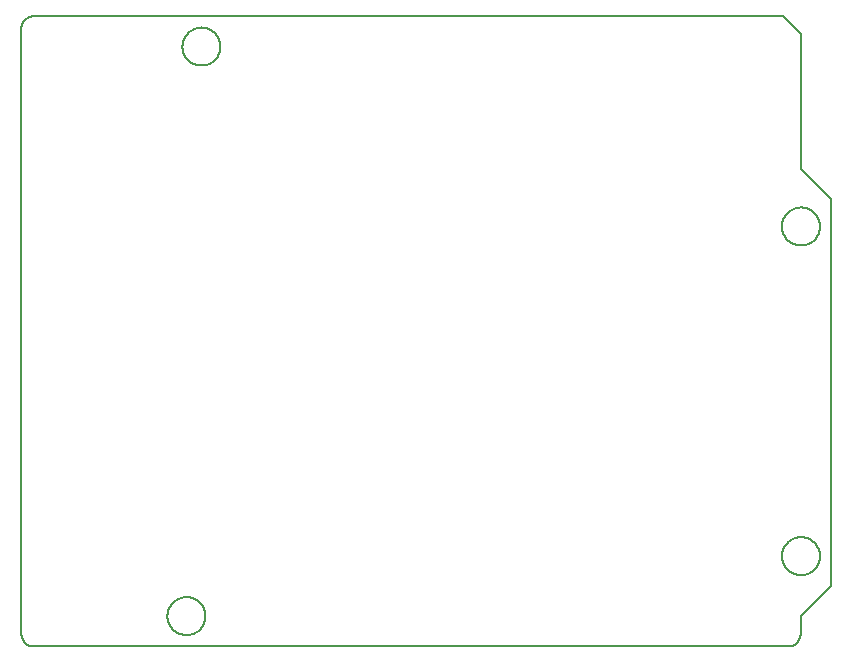
<source format=gko>
G04 #@! TF.GenerationSoftware,KiCad,Pcbnew,(5.1.4)-1*
G04 #@! TF.CreationDate,2020-03-21T04:08:05+09:00*
G04 #@! TF.ProjectId,Meno,4d656e6f-2e6b-4696-9361-645f70636258,rev?*
G04 #@! TF.SameCoordinates,PX6cf7820PY7a67730*
G04 #@! TF.FileFunction,Profile,NP*
%FSLAX46Y46*%
G04 Gerber Fmt 4.6, Leading zero omitted, Abs format (unit mm)*
G04 Created by KiCad (PCBNEW (5.1.4)-1) date 2020-03-21 04:08:05*
%MOMM*%
%LPD*%
G04 APERTURE LIST*
%ADD10C,0.200000*%
G04 APERTURE END LIST*
D10*
X13668780Y50405543D02*
X13681850Y50351380D01*
X14961102Y49171589D02*
X15016143Y49162936D01*
X13648307Y50515065D02*
X13657595Y50460127D01*
X14692191Y49243089D02*
X14744917Y49225078D01*
X14254459Y49483602D02*
X14299116Y49450282D01*
X13977748Y49757135D02*
X14013095Y49714065D01*
X13657595Y50460127D02*
X13668780Y50405543D01*
X13640928Y50570292D02*
X13648307Y50515065D01*
X15182603Y49148481D02*
X15238312Y49147515D01*
X14852082Y49194586D02*
X14906393Y49182143D01*
X14168741Y49554781D02*
X14210984Y49518449D01*
X14798235Y49208904D02*
X14852082Y49194586D01*
X13851891Y49940865D02*
X13880948Y49893324D01*
X14538195Y49307920D02*
X14588768Y49284535D01*
X14344901Y49418529D02*
X14391758Y49388381D01*
X13943915Y49801404D02*
X13977748Y49757135D01*
X13635467Y50625741D02*
X13640928Y50570292D01*
X14049913Y49672245D02*
X14088158Y49631726D01*
X14588768Y49284535D02*
X14640120Y49262916D01*
X13880948Y49893324D02*
X13911635Y49846819D01*
X15126961Y49151375D02*
X15182603Y49148481D01*
X14640120Y49262916D02*
X14692191Y49243089D01*
X15016143Y49162936D02*
X15071452Y49156196D01*
X14744917Y49225078D02*
X14798235Y49208904D01*
X14127783Y49592555D02*
X14168741Y49554781D01*
X13732196Y50192059D02*
X13752623Y50140221D01*
X13696788Y50297702D02*
X13713577Y50244574D01*
X13824497Y49989384D02*
X13851891Y49940865D01*
X14210984Y49518449D02*
X14254459Y49483602D01*
X13631930Y50681346D02*
X13635467Y50625741D01*
X14088158Y49631726D02*
X14127783Y49592555D01*
X13681850Y50351380D02*
X13696788Y50297702D01*
X13713577Y50244574D02*
X13732196Y50192059D01*
X13911635Y49846819D02*
X13943915Y49801404D01*
X14906393Y49182143D02*
X14961102Y49171589D01*
X15071452Y49156196D02*
X15126961Y49151375D01*
X14299116Y49450282D02*
X14344901Y49418529D01*
X14391758Y49388381D02*
X14439631Y49359875D01*
X14488463Y49333044D02*
X14538195Y49307920D01*
X14439631Y49359875D02*
X14488463Y49333044D01*
X14013095Y49714065D02*
X14049913Y49672245D01*
X13798802Y50038823D02*
X13824497Y49989384D01*
X13774834Y50089122D02*
X13798802Y50038823D01*
X13752623Y50140221D02*
X13774834Y50089122D01*
X13702179Y51231299D02*
X13686622Y51177798D01*
X13738805Y51336526D02*
X13719581Y51284230D01*
X13759830Y51388125D02*
X13738805Y51336526D01*
X13807176Y51488983D02*
X13782629Y51438964D01*
X13833441Y51538122D02*
X13807176Y51488983D01*
X15312580Y52361997D02*
X15256885Y52363605D01*
X15089936Y52356853D02*
X15034553Y52350751D01*
X14870137Y52320998D02*
X14816129Y52307304D01*
X15853705Y52241303D02*
X15801867Y52261731D01*
X13922220Y51679671D02*
X13890998Y51633523D01*
X14141290Y51931421D02*
X14101215Y51892711D01*
X14269216Y52038904D02*
X14225341Y52004562D01*
X14455804Y52160485D02*
X14407605Y52132533D01*
X15034553Y52350751D02*
X14979415Y52342735D01*
X15145496Y52361032D02*
X15089936Y52356853D01*
X15588383Y52325146D02*
X15533800Y52336332D01*
X16004542Y52169429D02*
X15955104Y52195125D01*
X15801867Y52261731D02*
X15749352Y52280350D01*
X13782629Y51438964D02*
X13759830Y51388125D01*
X15256885Y52363605D02*
X15201169Y52363284D01*
X14182682Y51968720D02*
X14141290Y51931421D01*
X15201169Y52363284D02*
X15145496Y52361032D01*
X13955022Y51724710D02*
X13922220Y51679671D01*
X15423635Y52352998D02*
X15368185Y52358460D01*
X14025207Y51811244D02*
X13989365Y51768585D01*
X14062505Y51852636D02*
X14025207Y51811244D01*
X14504943Y52186750D02*
X14455804Y52160485D01*
X14101215Y51892711D02*
X14062505Y51852636D01*
X14605801Y52234097D02*
X14554962Y52211297D01*
X14924588Y52332813D02*
X14870137Y52320998D01*
X15368185Y52358460D02*
X15312580Y52361997D01*
X15478862Y52345619D02*
X15423635Y52352998D01*
X14979415Y52342735D02*
X14924588Y52332813D01*
X14816129Y52307304D02*
X14762627Y52291747D01*
X15904804Y52219093D02*
X15853705Y52241303D01*
X15749352Y52280350D02*
X15696224Y52297139D01*
X13861393Y51586321D02*
X13833441Y51538122D01*
X15955104Y52195125D02*
X15904804Y52219093D01*
X14225341Y52004562D02*
X14182682Y51968720D01*
X15696224Y52297139D02*
X15642546Y52312077D01*
X15533800Y52336332D02*
X15478862Y52345619D01*
X14360403Y52102929D02*
X14314255Y52071706D01*
X14554962Y52211297D02*
X14504943Y52186750D01*
X14709696Y52274346D02*
X14657400Y52255121D01*
X14762627Y52291747D02*
X14709696Y52274346D01*
X16147107Y52082291D02*
X16100602Y52112978D01*
X13630321Y50737041D02*
X13631930Y50681346D01*
X13890998Y51633523D02*
X13861393Y51586321D01*
X13630643Y50792758D02*
X13630321Y50737041D01*
X13632895Y50848430D02*
X13630643Y50792758D01*
X13637074Y50903991D02*
X13632895Y50848430D01*
X15642546Y52312077D02*
X15588383Y52325146D01*
X14314255Y52071706D02*
X14269216Y52038904D01*
X13643175Y50959373D02*
X13637074Y50903991D01*
X13651191Y51014511D02*
X13643175Y50959373D01*
X13661113Y51069338D02*
X13651191Y51014511D01*
X14657400Y52255121D02*
X14605801Y52234097D01*
X13989365Y51768585D02*
X13955022Y51724710D01*
X14407605Y52132533D02*
X14360403Y52102929D01*
X13719581Y51284230D02*
X13702179Y51231299D01*
X16100602Y52112978D02*
X16053061Y52142036D01*
X16053061Y52142036D02*
X16004542Y52169429D01*
X13672928Y51123789D02*
X13661113Y51069338D01*
X13686622Y51177798D02*
X13672928Y51123789D01*
X15892385Y49286543D02*
X15943256Y49310265D01*
X16137550Y49422440D02*
X16183529Y49454635D01*
X15993269Y49335747D02*
X16042362Y49362960D01*
X16630967Y49951565D02*
X16658179Y50000657D01*
X16575397Y51649026D02*
X16543644Y51694810D01*
X16183529Y49454635D02*
X16228357Y49488415D01*
X16811783Y51087534D02*
X16799340Y51141844D01*
X16830761Y50531810D02*
X16837602Y50587522D01*
X16314340Y49560564D02*
X16355391Y49598845D01*
X16042362Y49362960D02*
X16090475Y49391869D01*
X16837730Y50922475D02*
X16830990Y50977783D01*
X16510324Y51739467D02*
X16475477Y51782943D01*
X16605545Y51602169D02*
X16575397Y51649026D01*
X16729315Y50153210D02*
X16749431Y50205612D01*
X16634052Y51554296D02*
X16605545Y51602169D01*
X15788314Y49244496D02*
X15840717Y49264611D01*
X16709391Y51405159D02*
X16686006Y51455731D01*
X16845431Y50699492D02*
X16846411Y50755614D01*
X16355391Y49598845D02*
X16395082Y49638535D01*
X16768849Y51249010D02*
X16750837Y51301736D01*
X16799340Y51141844D02*
X16785023Y51195691D01*
X16842551Y50866966D02*
X16837730Y50922475D01*
X16845446Y50811323D02*
X16842551Y50866966D01*
X16821980Y50476371D02*
X16830761Y50531810D01*
X16090475Y49391869D02*
X16137550Y49422440D01*
X16842494Y50643439D02*
X16845431Y50699492D01*
X16837602Y50587522D02*
X16842494Y50643439D01*
X16749431Y50205612D02*
X16767705Y50258684D01*
X16470187Y49721948D02*
X16505511Y49765570D01*
X15840717Y49264611D02*
X15892385Y49286543D01*
X16707383Y50101541D02*
X16729315Y50153210D01*
X16395082Y49638535D02*
X16433362Y49679586D01*
X16228357Y49488415D02*
X16271978Y49523739D01*
X16571486Y49856377D02*
X16602057Y49903452D01*
X16686006Y51455731D02*
X16660883Y51505464D01*
X16658179Y50000657D02*
X16683662Y50050670D01*
X16192522Y52050012D02*
X16147107Y52082291D01*
X16236791Y52016178D02*
X16192522Y52050012D01*
X16750837Y51301736D02*
X16731010Y51353806D01*
X16784116Y50312362D02*
X16798643Y50366580D01*
X15943256Y49310265D02*
X15993269Y49335747D01*
X16602057Y49903452D02*
X16630967Y49951565D01*
X16433362Y49679586D02*
X16470187Y49721948D01*
X16846411Y50755614D02*
X16845446Y50811323D01*
X16830990Y50977783D02*
X16822337Y51032825D01*
X16811270Y50421271D02*
X16821980Y50476371D01*
X16539291Y49810397D02*
X16571486Y49856377D01*
X16660883Y51505464D02*
X16634052Y51554296D01*
X16271978Y49523739D02*
X16314340Y49560564D01*
X16321681Y51944013D02*
X16279861Y51980831D01*
X15735242Y49226221D02*
X15788314Y49244496D01*
X16279861Y51980831D02*
X16236791Y52016178D01*
X16475477Y51782943D02*
X16439145Y51825185D01*
X16362201Y51905769D02*
X16321681Y51944013D01*
X16785023Y51195691D02*
X16768849Y51249010D01*
X16505511Y49765570D02*
X16539291Y49810397D01*
X16401371Y51866143D02*
X16362201Y51905769D01*
X16798643Y50366580D02*
X16811270Y50421271D01*
X16767705Y50258684D02*
X16784116Y50312362D01*
X16543644Y51694810D02*
X16510324Y51739467D01*
X16731010Y51353806D02*
X16709391Y51405159D01*
X16822337Y51032825D02*
X16811783Y51087534D01*
X16439145Y51825185D02*
X16401371Y51866143D01*
X16683662Y50050670D02*
X16707383Y50101541D01*
X15681564Y49209810D02*
X15735242Y49226221D01*
X15517556Y49171946D02*
X15572655Y49182656D01*
X15350488Y49151433D02*
X15406404Y49156325D01*
X15627347Y49195283D02*
X15681564Y49209810D01*
X15406404Y49156325D02*
X15462116Y49163165D01*
X15572655Y49182656D02*
X15627347Y49195283D01*
X15462116Y49163165D02*
X15517556Y49171946D01*
X15294434Y49148495D02*
X15350488Y49151433D01*
X15238312Y49147515D02*
X15294434Y49148495D01*
X64810810Y6528656D02*
X64849055Y6488137D01*
X64888680Y6448967D02*
X64929638Y6411193D01*
X64463077Y8087711D02*
X64447519Y8034209D01*
X65721999Y6028000D02*
X65777041Y6019348D01*
X65060014Y6306693D02*
X65105798Y6274940D01*
X64457685Y7154113D02*
X64474474Y7100985D01*
X64585395Y6845795D02*
X64612788Y6797277D01*
X65200528Y6216286D02*
X65249360Y6189455D01*
X64929638Y6411193D02*
X64971881Y6374860D01*
X65249360Y6189455D02*
X65299092Y6164332D01*
X64738646Y6613547D02*
X64773993Y6570476D01*
X64672532Y6703230D02*
X64704812Y6657816D01*
X64513520Y6996633D02*
X64535731Y6945533D01*
X64391540Y7649169D02*
X64391218Y7593452D01*
X64404072Y7815785D02*
X64397971Y7760402D01*
X64412088Y7870923D02*
X64404072Y7815785D01*
X64397971Y7760402D02*
X64393792Y7704841D01*
X64447519Y8034209D02*
X64433825Y7980200D01*
X65887858Y6007787D02*
X65943500Y6004892D01*
X64971881Y6374860D02*
X65015357Y6340013D01*
X64422010Y7925750D02*
X64412088Y7870923D01*
X65401017Y6119327D02*
X65453088Y6099500D01*
X65299092Y6164332D02*
X65349665Y6140947D01*
X64773993Y6570476D02*
X64810810Y6528656D01*
X64535731Y6945533D02*
X64559699Y6895234D01*
X65105798Y6274940D02*
X65152655Y6244792D01*
X64429677Y7261955D02*
X64442747Y7207791D01*
X64396364Y7482152D02*
X64401825Y7426703D01*
X65832349Y6012607D02*
X65887858Y6007787D01*
X65777041Y6019348D02*
X65832349Y6012607D01*
X64849055Y6488137D02*
X64888680Y6448967D01*
X64433825Y7980200D02*
X64422010Y7925750D01*
X65612979Y6050998D02*
X65667290Y6038555D01*
X65349665Y6140947D02*
X65401017Y6119327D01*
X65559133Y6065315D02*
X65612979Y6050998D01*
X64612788Y6797277D02*
X64641845Y6749736D01*
X65152655Y6244792D02*
X65200528Y6216286D01*
X64474474Y7100985D02*
X64493093Y7048471D01*
X64393792Y7704841D02*
X64391540Y7649169D01*
X64559699Y6895234D02*
X64585395Y6845795D01*
X65505814Y6081489D02*
X65559133Y6065315D01*
X64704812Y6657816D02*
X64738646Y6613547D01*
X64401825Y7426703D02*
X64409204Y7371476D01*
X65453088Y6099500D02*
X65505814Y6081489D01*
X64409204Y7371476D02*
X64418492Y7316538D01*
X64493093Y7048471D02*
X64513520Y6996633D01*
X64391218Y7593452D02*
X64392827Y7537758D01*
X64418492Y7316538D02*
X64429677Y7261955D01*
X65943500Y6004892D02*
X65999210Y6003927D01*
X64641845Y6749736D02*
X64672532Y6703230D01*
X65667290Y6038555D02*
X65721999Y6028000D01*
X64442747Y7207791D02*
X64457685Y7154113D01*
X65015357Y6340013D02*
X65060014Y6306693D01*
X64392827Y7537758D02*
X64396364Y7482152D01*
X65962066Y9219695D02*
X65906394Y9217443D01*
X66908005Y8938703D02*
X66861499Y8969390D01*
X65030114Y8895316D02*
X64986238Y8860973D01*
X65740312Y9199146D02*
X65685485Y9189225D01*
X65906394Y9217443D02*
X65850833Y9213264D01*
X67123098Y8762180D02*
X67082579Y8800424D01*
X65418297Y9111533D02*
X65366699Y9090508D01*
X66294697Y9192743D02*
X66239759Y9202031D01*
X65685485Y9189225D02*
X65631034Y9177410D01*
X66073477Y9218408D02*
X66017783Y9220017D01*
X65265840Y9043161D02*
X65216702Y9016896D01*
X66562764Y9118142D02*
X66510249Y9136761D01*
X66716001Y9051536D02*
X66665702Y9075504D01*
X67040759Y8837242D02*
X66997688Y8872589D01*
X66614602Y9097715D02*
X66562764Y9118142D01*
X67236374Y8639354D02*
X67200042Y8681596D01*
X65216702Y9016896D02*
X65168502Y8988945D01*
X66997688Y8872589D02*
X66953419Y8906423D01*
X66510249Y9136761D02*
X66457121Y9153550D01*
X66665702Y9075504D02*
X66614602Y9097715D01*
X67200042Y8681596D02*
X67162268Y8722555D01*
X65577026Y9163715D02*
X65523524Y9148158D01*
X65470593Y9130757D02*
X65418297Y9111533D01*
X65121300Y8959340D02*
X65075152Y8928118D01*
X65523524Y9148158D02*
X65470593Y9130757D01*
X66017783Y9220017D02*
X65962066Y9219695D01*
X65795450Y9207163D02*
X65740312Y9199146D01*
X66129082Y9214871D02*
X66073477Y9218408D01*
X66765439Y9025840D02*
X66716001Y9051536D01*
X67162268Y8722555D02*
X67123098Y8762180D01*
X66457121Y9153550D02*
X66403443Y9168488D01*
X64862112Y8749123D02*
X64823402Y8709048D01*
X65850833Y9213264D02*
X65795450Y9207163D01*
X65631034Y9177410D02*
X65577026Y9163715D01*
X65168502Y8988945D02*
X65121300Y8959340D01*
X66861499Y8969390D02*
X66813958Y8998447D01*
X67082579Y8800424D02*
X67040759Y8837242D01*
X64480478Y8140641D02*
X64463077Y8087711D01*
X64499702Y8192937D02*
X64480478Y8140641D01*
X64520727Y8244536D02*
X64499702Y8192937D01*
X66184532Y9209410D02*
X66129082Y9214871D01*
X66349280Y9181558D02*
X66294697Y9192743D01*
X65315859Y9067708D02*
X65265840Y9043161D01*
X65366699Y9090508D02*
X65315859Y9067708D01*
X64543526Y8295376D02*
X64520727Y8244536D01*
X64568073Y8345395D02*
X64543526Y8295376D01*
X64683117Y8536082D02*
X64651895Y8489934D01*
X66953419Y8906423D02*
X66908005Y8938703D01*
X64594339Y8394533D02*
X64568073Y8345395D01*
X64622290Y8442732D02*
X64594339Y8394533D01*
X64651895Y8489934D02*
X64622290Y8442732D01*
X64715919Y8581121D02*
X64683117Y8536082D01*
X64750262Y8624997D02*
X64715919Y8581121D01*
X64786104Y8667656D02*
X64750262Y8624997D01*
X64823402Y8709048D02*
X64786104Y8667656D01*
X66813958Y8998447D02*
X66765439Y9025840D01*
X65075152Y8928118D02*
X65030114Y8895316D01*
X66239759Y9202031D02*
X66184532Y9209410D01*
X64986238Y8860973D02*
X64943579Y8825131D01*
X64902187Y8787833D02*
X64862112Y8749123D01*
X67271222Y8595878D02*
X67236374Y8639354D01*
X66403443Y9168488D02*
X66349280Y9181558D01*
X67304542Y8551221D02*
X67271222Y8595878D01*
X64943579Y8825131D02*
X64902187Y8787833D01*
X66754166Y6192159D02*
X66803259Y6219371D01*
X66989254Y6344826D02*
X67032875Y6380150D01*
X66851372Y6248280D02*
X66898447Y6278851D01*
X67468281Y6957953D02*
X67490213Y7009621D01*
X67032875Y6380150D02*
X67075237Y6416975D01*
X66055331Y6004906D02*
X66111385Y6007844D01*
X66388244Y6051694D02*
X66442462Y6066222D01*
X67366442Y8458580D02*
X67336295Y8505437D01*
X67155979Y6494946D02*
X67194260Y6535997D01*
X66898447Y6278851D02*
X66944426Y6311046D01*
X67491907Y8210218D02*
X67470288Y8261570D01*
X67598499Y7443933D02*
X67603391Y7499850D01*
X67511735Y8158147D02*
X67491907Y8210218D01*
X67583234Y7889236D02*
X67572680Y7943945D01*
X66653282Y6142954D02*
X66704154Y6166676D01*
X66549212Y6100907D02*
X66601614Y6121022D01*
X67606343Y7667735D02*
X67603448Y7723377D01*
X67572167Y7277683D02*
X67582877Y7332782D01*
X67194260Y6535997D02*
X67231084Y6578359D01*
X66223014Y6019577D02*
X66278453Y6028357D01*
X67572680Y7943945D02*
X67560237Y7998255D01*
X67336295Y8505437D02*
X67304542Y8551221D01*
X67394949Y8410707D02*
X67366442Y8458580D01*
X67528602Y7115095D02*
X67545013Y7168773D01*
X66944426Y6311046D02*
X66989254Y6344826D01*
X67421780Y8361875D02*
X67394949Y8410707D01*
X67560237Y7998255D02*
X67545920Y8052102D01*
X67300189Y6666809D02*
X67332384Y6712788D01*
X67231084Y6578359D02*
X67266408Y6621981D01*
X66704154Y6166676D02*
X66754166Y6192159D01*
X66278453Y6028357D02*
X66333552Y6039068D01*
X67075237Y6416975D02*
X67116289Y6455256D01*
X13913052Y926686D02*
X13968761Y925721D01*
X67446903Y8312143D02*
X67421780Y8361875D01*
X67470288Y8261570D02*
X67446903Y8312143D01*
X67529746Y8105421D02*
X67511735Y8158147D01*
X67591658Y7388221D02*
X67598499Y7443933D01*
X67603391Y7499850D02*
X67606328Y7555903D01*
X67510328Y7062023D02*
X67528602Y7115095D01*
X67490213Y7009621D02*
X67510328Y7062023D01*
X66803259Y6219371D02*
X66851372Y6248280D01*
X67419076Y6857069D02*
X67444559Y6907081D01*
X67266408Y6621981D02*
X67300189Y6666809D01*
X67582877Y7332782D02*
X67591658Y7388221D01*
X66442462Y6066222D02*
X66496139Y6082633D01*
X67391864Y6807976D02*
X67419076Y6857069D01*
X67116289Y6455256D02*
X67155979Y6494946D01*
X66111385Y6007844D02*
X66167302Y6012736D01*
X66333552Y6039068D02*
X66388244Y6051694D01*
X67362954Y6759863D02*
X67391864Y6807976D01*
X66601614Y6121022D02*
X66653282Y6142954D01*
X67545920Y8052102D02*
X67529746Y8105421D01*
X67591887Y7834194D02*
X67583234Y7889236D01*
X67603448Y7723377D02*
X67598628Y7778886D01*
X67607308Y7612025D02*
X67606343Y7667735D01*
X67332384Y6712788D02*
X67362954Y6759863D01*
X66167302Y6012736D02*
X66223014Y6019577D01*
X67598628Y7778886D02*
X67591887Y7834194D01*
X67559541Y7222991D02*
X67572167Y7277683D01*
X66496139Y6082633D02*
X66549212Y6100907D01*
X67444559Y6907081D02*
X67468281Y6957953D01*
X65999210Y6003927D02*
X66055331Y6004906D01*
X67606328Y7555903D02*
X67607308Y7612025D01*
X67545013Y7168773D02*
X67559541Y7222991D01*
X12780362Y1450451D02*
X12818606Y1409931D01*
X12403377Y2901995D02*
X12391561Y2847544D01*
X12708197Y1535341D02*
X12743544Y1492271D01*
X12674363Y1579610D02*
X12708197Y1535341D01*
X12391561Y2847544D02*
X12381640Y2792717D01*
X12367522Y2682196D02*
X12363343Y2626636D01*
X12371377Y2348497D02*
X12378756Y2293270D01*
X12513078Y3217170D02*
X12490278Y3166331D01*
X12363343Y2626636D02*
X12361091Y2570963D01*
X12432628Y3009505D02*
X12417071Y2956003D01*
X13075349Y1196735D02*
X13122206Y1166587D01*
X12399229Y2183749D02*
X12412298Y2129586D01*
X12899190Y1332987D02*
X12941432Y1296655D01*
X12642084Y1625025D02*
X12674363Y1579610D01*
X12652668Y3457877D02*
X12621446Y3411729D01*
X12685471Y3502916D02*
X12652668Y3457877D01*
X12611397Y1671530D02*
X12642084Y1625025D01*
X12412298Y2129586D02*
X12427236Y2075908D01*
X12621446Y3411729D02*
X12591842Y3364527D01*
X12719813Y3546791D02*
X12685471Y3502916D01*
X12529250Y1817028D02*
X12554946Y1767590D01*
X12360770Y2515247D02*
X12362378Y2459552D01*
X12365915Y2403947D02*
X12371377Y2348497D01*
X12554946Y1767590D02*
X12582339Y1719071D01*
X12362378Y2459552D02*
X12365915Y2403947D01*
X12417071Y2956003D02*
X12403377Y2901995D01*
X12373624Y2737579D02*
X12367522Y2682196D01*
X12444025Y2022780D02*
X12462644Y1970265D01*
X12450029Y3062436D02*
X12432628Y3009505D01*
X12483072Y1918427D02*
X12505282Y1867328D01*
X12591842Y3364527D02*
X12563890Y3316328D01*
X12582339Y1719071D02*
X12611397Y1671530D01*
X12381640Y2792717D02*
X12373624Y2737579D01*
X12361091Y2570963D02*
X12360770Y2515247D01*
X13691550Y949795D02*
X13746592Y941142D01*
X13857409Y929581D02*
X13913052Y926686D01*
X12427236Y2075908D02*
X12444025Y2022780D01*
X13801900Y934401D02*
X13857409Y929581D01*
X13218911Y1111249D02*
X13268644Y1086126D01*
X13029565Y1228488D02*
X13075349Y1196735D01*
X12469254Y3114732D02*
X12450029Y3062436D01*
X12537625Y3267189D02*
X12513078Y3217170D01*
X12388043Y2238332D02*
X12399229Y2183749D01*
X12378756Y2293270D02*
X12388043Y2238332D01*
X13746592Y941142D02*
X13801900Y934401D01*
X12984908Y1261808D02*
X13029565Y1228488D01*
X13475365Y1003283D02*
X13528684Y987109D01*
X12743544Y1492271D02*
X12780362Y1450451D01*
X13636841Y960349D02*
X13691550Y949795D01*
X13582531Y972792D02*
X13636841Y960349D01*
X12941432Y1296655D02*
X12984908Y1261808D01*
X13528684Y987109D02*
X13582531Y972792D01*
X13422639Y1021295D02*
X13475365Y1003283D01*
X13370569Y1041122D02*
X13422639Y1021295D01*
X13319216Y1062741D02*
X13370569Y1041122D01*
X13268644Y1086126D02*
X13319216Y1062741D01*
X12462644Y1970265D02*
X12483072Y1918427D01*
X12490278Y3166331D02*
X12469254Y3114732D01*
X12505282Y1867328D02*
X12529250Y1817028D01*
X13170079Y1138080D02*
X13218911Y1111249D01*
X13122206Y1166587D02*
X13170079Y1138080D01*
X12563890Y3316328D02*
X12537625Y3267189D01*
X12858231Y1370761D02*
X12899190Y1332987D01*
X12818606Y1409931D02*
X12858231Y1370761D01*
X13546577Y4085510D02*
X13493076Y4069953D01*
X15092649Y3683974D02*
X15052130Y3722219D01*
X15335994Y3380374D02*
X15305846Y3427231D01*
X14264248Y4114537D02*
X14209310Y4123825D01*
X15305846Y3427231D02*
X15274093Y3473016D01*
X15416454Y3233937D02*
X15391331Y3283669D01*
X13931617Y4141489D02*
X13875945Y4139237D01*
X15364500Y3332501D02*
X15335994Y3380374D01*
X15439840Y3183364D02*
X15416454Y3233937D01*
X13387849Y4033327D02*
X13336250Y4012302D01*
X13044704Y3849912D02*
X12999665Y3817110D01*
X13655036Y4111019D02*
X13600586Y4099204D01*
X13765002Y4128957D02*
X13709864Y4120941D01*
X14098634Y4136665D02*
X14043028Y4140202D01*
X15461459Y3132012D02*
X15439840Y3183364D01*
X14734991Y3947635D02*
X14685552Y3973330D01*
X14831050Y3891184D02*
X14783510Y3920241D01*
X14877556Y3860497D02*
X14831050Y3891184D01*
X15131820Y3644349D02*
X15092649Y3683974D01*
X14922971Y3828217D02*
X14877556Y3860497D01*
X15052130Y3722219D02*
X15010310Y3759037D01*
X15274093Y3473016D02*
X15240773Y3517673D01*
X15529789Y2920050D02*
X15515471Y2973897D01*
X12792954Y3630842D02*
X12755655Y3589450D01*
X13336250Y4012302D02*
X13285411Y3989503D01*
X12999665Y3817110D02*
X12955790Y3782767D01*
X14967240Y3794384D02*
X14922971Y3828217D01*
X13186253Y3938691D02*
X13138054Y3910739D01*
X13600586Y4099204D02*
X13546577Y4085510D01*
X15515471Y2973897D02*
X15499297Y3027215D01*
X14043028Y4140202D02*
X13987334Y4141811D01*
X15499297Y3027215D02*
X15481286Y3079941D01*
X14372995Y4090282D02*
X14318832Y4103352D01*
X15481286Y3079941D02*
X15461459Y3132012D01*
X14584154Y4019509D02*
X14532316Y4039936D01*
X12755655Y3589450D02*
X12719813Y3546791D01*
X12871738Y3709627D02*
X12831663Y3670917D01*
X12831663Y3670917D02*
X12792954Y3630842D01*
X12955790Y3782767D02*
X12913130Y3746925D01*
X13493076Y4069953D02*
X13440145Y4052551D01*
X15010310Y3759037D02*
X14967240Y3794384D01*
X13138054Y3910739D02*
X13090852Y3881134D01*
X13875945Y4139237D02*
X13820384Y4135058D01*
X15169593Y3603391D02*
X15131820Y3644349D01*
X14209310Y4123825D02*
X14154083Y4131204D01*
X15205926Y3561148D02*
X15169593Y3603391D01*
X14783510Y3920241D02*
X14734991Y3947635D01*
X15391331Y3283669D02*
X15364500Y3332501D01*
X13987334Y4141811D02*
X13931617Y4141489D01*
X13709864Y4120941D02*
X13655036Y4111019D01*
X15240773Y3517673D02*
X15205926Y3561148D01*
X14532316Y4039936D02*
X14479801Y4058555D01*
X12913130Y3746925D02*
X12871738Y3709627D01*
X14479801Y4058555D02*
X14426673Y4075344D01*
X14154083Y4131204D02*
X14098634Y4136665D01*
X14685552Y3973330D02*
X14635253Y3997298D01*
X14426673Y4075344D02*
X14372995Y4090282D01*
X13090852Y3881134D02*
X13044704Y3849912D01*
X13235392Y3964956D02*
X13186253Y3938691D01*
X13820384Y4135058D02*
X13765002Y4128957D01*
X13285411Y3989503D02*
X13235392Y3964956D01*
X14318832Y4103352D02*
X14264248Y4114537D01*
X13440145Y4052551D02*
X13387849Y4033327D01*
X14635253Y3997298D02*
X14584154Y4019509D01*
X15414110Y1828876D02*
X15437832Y1879747D01*
X14723717Y1113953D02*
X14772810Y1141165D01*
X15437832Y1879747D02*
X15459764Y1931415D01*
X14465691Y1004427D02*
X14518763Y1022701D01*
X13968761Y925721D02*
X14024883Y926701D01*
X65401017Y34028299D02*
X65453088Y34008472D01*
X65612979Y33959969D02*
X65667290Y33947526D01*
X15235960Y1543775D02*
X15269740Y1588603D01*
X15361415Y1729770D02*
X15388628Y1778863D01*
X15085840Y1377050D02*
X15125530Y1416741D01*
X15044789Y1338770D02*
X15085840Y1377050D01*
X65887858Y33916758D02*
X65943500Y33913864D01*
X14913978Y1232841D02*
X14958805Y1266621D01*
X14571165Y1042817D02*
X14622834Y1064749D01*
X15002427Y1301945D02*
X15044789Y1338770D01*
X14303103Y960862D02*
X14357795Y973489D01*
X14080936Y929638D02*
X14136853Y934530D01*
X14622834Y1064749D02*
X14673705Y1088470D01*
X14958805Y1266621D02*
X15002427Y1301945D01*
X65721999Y33936972D02*
X65777041Y33928320D01*
X14357795Y973489D02*
X14412013Y988016D01*
X15541719Y2199477D02*
X15552429Y2254576D01*
X15561210Y2310016D02*
X15568050Y2365728D01*
X65559133Y33974287D02*
X65612979Y33959969D01*
X15552429Y2254576D02*
X15561210Y2310016D01*
X15388628Y1778863D02*
X15414110Y1828876D01*
X15479879Y1983818D02*
X15498154Y2036890D01*
X15332506Y1681657D02*
X15361415Y1729770D01*
X14867998Y1200646D02*
X14913978Y1232841D01*
X14412013Y988016D02*
X14465691Y1004427D01*
X15125530Y1416741D02*
X15163811Y1457792D01*
X15573000Y2645171D02*
X15568179Y2700680D01*
X15459764Y1931415D02*
X15479879Y1983818D01*
X15529092Y2144785D02*
X15541719Y2199477D01*
X14772810Y1141165D02*
X14820923Y1170075D01*
X14518763Y1022701D02*
X14571165Y1042817D01*
X65832349Y33921579D02*
X65887858Y33916758D01*
X15575880Y2477698D02*
X15576859Y2533820D01*
X15572942Y2421644D02*
X15575880Y2477698D01*
X15301935Y1634582D02*
X15332506Y1681657D01*
X65505814Y33990461D02*
X65559133Y33974287D01*
X15200636Y1500154D02*
X15235960Y1543775D01*
X65453088Y34008472D02*
X65505814Y33990461D01*
X65943500Y33913864D02*
X65999210Y33912899D01*
X15542232Y2865739D02*
X15529789Y2920050D01*
X15552786Y2811030D02*
X15542232Y2865739D01*
X65777041Y33928320D02*
X65832349Y33921579D01*
X14673705Y1088470D02*
X14723717Y1113953D01*
X15561438Y2755989D02*
X15552786Y2811030D01*
X15568179Y2700680D02*
X15561438Y2755989D01*
X15575894Y2589529D02*
X15573000Y2645171D01*
X15576859Y2533820D02*
X15575894Y2589529D01*
X15568050Y2365728D02*
X15572942Y2421644D01*
X14820923Y1170075D02*
X14867998Y1200646D01*
X14024883Y926701D02*
X14080936Y929638D01*
X14136853Y934530D02*
X14192565Y941371D01*
X15514564Y2090568D02*
X15529092Y2144785D01*
X15269740Y1588603D02*
X15301935Y1634582D01*
X15163811Y1457792D02*
X15200636Y1500154D01*
X14248004Y950152D02*
X14303103Y960862D01*
X65349665Y34049918D02*
X65401017Y34028299D01*
X65667290Y33947526D02*
X65721999Y33936972D01*
X14192565Y941371D02*
X14248004Y950152D01*
X15498154Y2036890D02*
X15514564Y2090568D01*
X65249360Y34098427D02*
X65299092Y34073304D01*
X65200528Y34125258D02*
X65249360Y34098427D01*
X64683117Y36445054D02*
X64651895Y36398906D01*
X65168502Y36897916D02*
X65121300Y36868312D01*
X65105798Y34183912D02*
X65152655Y34153764D01*
X64971881Y34283832D02*
X65015357Y34248985D01*
X64704812Y34566787D02*
X64738646Y34522518D01*
X64585395Y34754767D02*
X64612788Y34706248D01*
X64401825Y35335675D02*
X64409204Y35280448D01*
X64433825Y35889172D02*
X64422010Y35834722D01*
X64391218Y35502424D02*
X64392827Y35446730D01*
X64442747Y35116763D02*
X64457685Y35063085D01*
X64594339Y36303505D02*
X64568073Y36254366D01*
X64943579Y36734103D02*
X64902187Y36696804D01*
X64641845Y34658708D02*
X64672532Y34612202D01*
X64773993Y34479448D02*
X64810810Y34437628D01*
X64404072Y35724756D02*
X64397971Y35669374D01*
X64823402Y36618020D02*
X64786104Y36576628D01*
X64559699Y34804206D02*
X64585395Y34754767D01*
X64929638Y34320165D02*
X64971881Y34283832D01*
X64535731Y34854505D02*
X64559699Y34804206D01*
X64474474Y35009957D02*
X64493093Y34957443D01*
X64391540Y35558141D02*
X64391218Y35502424D01*
X64447519Y35943181D02*
X64433825Y35889172D01*
X64902187Y36696804D02*
X64862112Y36658095D01*
X64888680Y34357938D02*
X64929638Y34320165D01*
X64418492Y35225510D02*
X64429677Y35170926D01*
X64738646Y34522518D02*
X64773993Y34479448D01*
X64493093Y34957443D02*
X64513520Y34905604D01*
X64422010Y35834722D02*
X64412088Y35779894D01*
X64409204Y35280448D02*
X64418492Y35225510D01*
X64393792Y35613813D02*
X64391540Y35558141D01*
X64412088Y35779894D02*
X64404072Y35724756D01*
X64750262Y36533968D02*
X64715919Y36490093D01*
X64392827Y35446730D02*
X64396364Y35391124D01*
X64651895Y36398906D02*
X64622290Y36351704D01*
X64543526Y36204347D02*
X64520727Y36153508D01*
X64986238Y36769945D02*
X64943579Y36734103D01*
X65121300Y36868312D02*
X65075152Y36837090D01*
X64499702Y36101909D02*
X64480478Y36049613D01*
X65216702Y36925868D02*
X65168502Y36897916D01*
X64715919Y36490093D02*
X64683117Y36445054D01*
X64397971Y35669374D02*
X64393792Y35613813D01*
X64463077Y35996683D02*
X64447519Y35943181D01*
X64568073Y36254366D02*
X64543526Y36204347D01*
X64786104Y36576628D02*
X64750262Y36533968D01*
X64862112Y36658095D02*
X64823402Y36618020D01*
X65152655Y34153764D02*
X65200528Y34125258D01*
X64513520Y34905604D02*
X64535731Y34854505D01*
X64810810Y34437628D02*
X64849055Y34397109D01*
X65060014Y34215665D02*
X65105798Y34183912D01*
X64672532Y34612202D02*
X64704812Y34566787D01*
X64429677Y35170926D02*
X64442747Y35116763D01*
X65015357Y34248985D02*
X65060014Y34215665D01*
X64849055Y34397109D02*
X64888680Y34357938D01*
X64612788Y34706248D02*
X64641845Y34658708D01*
X64480478Y36049613D02*
X64463077Y35996683D01*
X64520727Y36153508D02*
X64499702Y36101909D01*
X64622290Y36351704D02*
X64594339Y36303505D01*
X64457685Y35063085D02*
X64474474Y35009957D01*
X64396364Y35391124D02*
X64401825Y35335675D01*
X65030114Y36804287D02*
X64986238Y36769945D01*
X65075152Y36837090D02*
X65030114Y36804287D01*
X65299092Y34073304D02*
X65349665Y34049918D01*
X66184532Y37118381D02*
X66129082Y37123843D01*
X65685485Y37098197D02*
X65631034Y37086381D01*
X66665702Y36984476D02*
X66614602Y37006686D01*
X67162268Y36631527D02*
X67123098Y36671152D01*
X66997688Y36781561D02*
X66953419Y36815395D01*
X66073477Y37127380D02*
X66017783Y37128988D01*
X66349280Y37090529D02*
X66294697Y37101715D01*
X66765439Y36934812D02*
X66716001Y36960508D01*
X66017783Y37128988D02*
X65962066Y37128667D01*
X66294697Y37101715D02*
X66239759Y37111002D01*
X66562764Y37027114D02*
X66510249Y37045733D01*
X65265840Y36952133D02*
X65216702Y36925868D01*
X66908005Y36847674D02*
X66861499Y36878361D01*
X65366699Y36999480D02*
X65315859Y36976680D01*
X65740312Y37108118D02*
X65685485Y37098197D01*
X67040759Y36746214D02*
X66997688Y36781561D01*
X66239759Y37111002D02*
X66184532Y37118381D01*
X65315859Y36976680D02*
X65265840Y36952133D01*
X65418297Y37020504D02*
X65366699Y36999480D01*
X65850833Y37122236D02*
X65795450Y37116134D01*
X66129082Y37123843D02*
X66073477Y37127380D01*
X65470593Y37039729D02*
X65418297Y37020504D01*
X65523524Y37057130D02*
X65470593Y37039729D01*
X66813958Y36907419D02*
X66765439Y36934812D01*
X65962066Y37128667D02*
X65906394Y37126415D01*
X67082579Y36709396D02*
X67040759Y36746214D01*
X67236374Y36548326D02*
X67200042Y36590568D01*
X67123098Y36671152D02*
X67082579Y36709396D01*
X66716001Y36960508D02*
X66665702Y36984476D01*
X66861499Y36878361D02*
X66813958Y36907419D01*
X67271222Y36504850D02*
X67236374Y36548326D01*
X65795450Y37116134D02*
X65740312Y37108118D01*
X65577026Y37072687D02*
X65523524Y37057130D01*
X66403443Y37077460D02*
X66349280Y37090529D01*
X66510249Y37045733D02*
X66457121Y37062522D01*
X66614602Y37006686D02*
X66562764Y37027114D01*
X65631034Y37086381D02*
X65577026Y37072687D01*
X65906394Y37126415D02*
X65850833Y37122236D01*
X66953419Y36815395D02*
X66908005Y36847674D01*
X67200042Y36590568D02*
X67162268Y36631527D01*
X66457121Y37062522D02*
X66403443Y37077460D01*
X67591658Y35297193D02*
X67598499Y35352905D01*
X66989254Y34253798D02*
X67032875Y34289122D01*
X67419076Y34766041D02*
X67444559Y34816053D01*
X67559541Y35131963D02*
X67572167Y35186655D01*
X66754166Y34101130D02*
X66803259Y34128343D01*
X66278453Y33937329D02*
X66333552Y33948039D01*
X67510328Y34970995D02*
X67528602Y35024067D01*
X67490213Y34918593D02*
X67510328Y34970995D01*
X67468281Y34866924D02*
X67490213Y34918593D01*
X67300189Y34575780D02*
X67332384Y34621760D01*
X67266408Y34530953D02*
X67300189Y34575780D01*
X66167302Y33921708D02*
X66223014Y33928548D01*
X67155979Y34403918D02*
X67194260Y34444969D01*
X66851372Y34157252D02*
X66898447Y34187823D01*
X67231084Y34487331D02*
X67266408Y34530953D01*
X66601614Y34029994D02*
X66653282Y34051926D01*
X66388244Y33960666D02*
X66442462Y33975194D01*
X66898447Y34187823D02*
X66944426Y34220018D01*
X67194260Y34444969D02*
X67231084Y34487331D01*
X65999210Y33912899D02*
X66055331Y33913878D01*
X66653282Y34051926D02*
X66704154Y34075648D01*
X67304542Y36460193D02*
X67271222Y36504850D01*
X67336295Y36414409D02*
X67304542Y36460193D01*
X67366442Y36367552D02*
X67336295Y36414409D01*
X67560237Y35907227D02*
X67545920Y35961074D01*
X67528602Y35024067D02*
X67545013Y35077745D01*
X67603448Y35632349D02*
X67598628Y35687858D01*
X67572167Y35186655D02*
X67582877Y35241754D01*
X67116289Y34364228D02*
X67155979Y34403918D01*
X66704154Y34075648D02*
X66754166Y34101130D01*
X67332384Y34621760D02*
X67362954Y34668835D01*
X67421780Y36270847D02*
X67394949Y36319679D01*
X67511735Y36067119D02*
X67491907Y36119189D01*
X67394949Y36319679D02*
X67366442Y36367552D01*
X67032875Y34289122D02*
X67075237Y34325947D01*
X66803259Y34128343D02*
X66851372Y34157252D01*
X66111385Y33916816D02*
X66167302Y33921708D01*
X67446903Y36221115D02*
X67421780Y36270847D01*
X67470288Y36170542D02*
X67446903Y36221115D01*
X67491907Y36119189D02*
X67470288Y36170542D01*
X67591887Y35743166D02*
X67583234Y35798208D01*
X67391864Y34716948D02*
X67419076Y34766041D01*
X67529746Y36014393D02*
X67511735Y36067119D01*
X66223014Y33928548D02*
X66278453Y33937329D01*
X67598499Y35352905D02*
X67603391Y35408822D01*
X67545920Y35961074D02*
X67529746Y36014393D01*
X66055331Y33913878D02*
X66111385Y33916816D01*
X66944426Y34220018D02*
X66989254Y34253798D01*
X67582877Y35241754D02*
X67591658Y35297193D01*
X67572680Y35852917D02*
X67560237Y35907227D01*
X67607308Y35520997D02*
X67606343Y35576706D01*
X67583234Y35798208D02*
X67572680Y35852917D01*
X67598628Y35687858D02*
X67591887Y35743166D01*
X67075237Y34325947D02*
X67116289Y34364228D01*
X66333552Y33948039D02*
X66388244Y33960666D01*
X66442462Y33975194D02*
X66496139Y33991605D01*
X67545013Y35077745D02*
X67559541Y35131963D01*
X67444559Y34816053D02*
X67468281Y34866924D01*
X67606343Y35576706D02*
X67603448Y35632349D01*
X67603391Y35408822D02*
X67606328Y35464875D01*
X66549212Y34009879D02*
X66601614Y34029994D01*
X67362954Y34668835D02*
X67391864Y34716948D01*
X66496139Y33991605D02*
X66549212Y34009879D01*
X67606328Y35464875D02*
X67607308Y35520997D01*
X511516Y53146602D02*
X744267Y53252398D01*
X46014Y735288D02*
X3696Y989199D01*
X511516Y121672D02*
X299924Y290945D01*
X46014Y52554145D02*
X130651Y52786896D01*
X64475748Y53294717D02*
X65999210Y51771255D01*
X65999210Y51771255D02*
X65999210Y40345292D01*
X744267Y37035D02*
X511516Y121672D01*
X998177Y53294717D02*
X64475748Y53294717D01*
X65999210Y40345292D02*
X68538312Y37806190D01*
X3696Y52279076D02*
X46014Y52554145D01*
X68538312Y37806190D02*
X68538312Y5072922D01*
X65258638Y37035D02*
X65004728Y-5283D01*
X998177Y-5283D02*
X744267Y37035D01*
X744267Y53252398D02*
X998177Y53294717D01*
X130651Y502537D02*
X46014Y735288D01*
X68538312Y5072922D02*
X65999210Y2533820D01*
X65956891Y735288D02*
X65872254Y502537D01*
X65872254Y502537D02*
X65702981Y290945D01*
X65702981Y290945D02*
X65491389Y121672D01*
X65004728Y-5283D02*
X998177Y-5283D01*
X299924Y52998488D02*
X511516Y53146602D01*
X299924Y290945D02*
X130651Y502537D01*
X65491389Y121672D02*
X65258638Y37035D01*
X65999210Y2533820D02*
X65999210Y989199D01*
X65999210Y989199D02*
X65956891Y735288D01*
X3696Y989199D02*
X3696Y52279076D01*
X130651Y52786896D02*
X299924Y52998488D01*
M02*

</source>
